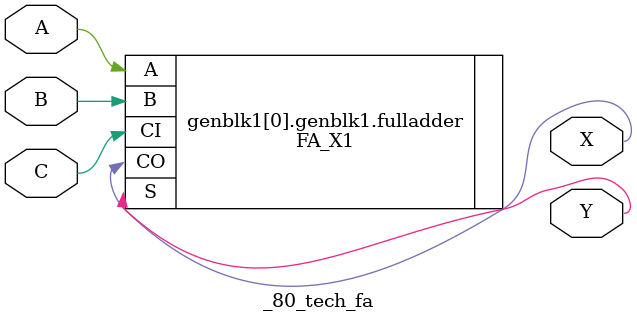
<source format=v>

(* techmap_celltype = "$fa" *)
module _80_tech_fa (A, B, C, X, Y);
  parameter WIDTH = 1;
  (* force_downto *)
    input [WIDTH-1 : 0] A, B, C;
  (* force_downto *)
    output [WIDTH-1 : 0] X, Y;
  
  parameter _TECHMAP_CONSTVAL_A_ = WIDTH'bx;
  parameter _TECHMAP_CONSTVAL_B_ = WIDTH'bx;
  parameter _TECHMAP_CONSTVAL_C_ = WIDTH'bx;
  
  genvar i;
  generate for (i = 0; i < WIDTH; i = i + 1) begin
      if (_TECHMAP_CONSTVAL_A_[i] === 1'b0 || _TECHMAP_CONSTVAL_B_[i] === 1'b0 || _TECHMAP_CONSTVAL_C_[i] === 1'b0) begin
        if (_TECHMAP_CONSTVAL_C_[i] === 1'b0) begin
          HA_X1 halfadder_Cconst (
              .A(A[i]),
              .B(B[i]),
              .CO(X[i]), .S(Y[i])
            );
        end 
        else begin
          if (_TECHMAP_CONSTVAL_B_[i] === 1'b0) begin
            HA_X1 halfadder_Bconst (
                .A(A[i]),
                .B(C[i]),
                .CO(X[i]), .S(Y[i])
              );
          end
          else begin
            HA_X1 halfadder_Aconst (
                .A(B[i]),
                .B(C[i]),
                .CO(X[i]), .S(Y[i])
              );
          end
        end
      end
      else begin
        FA_X1 fulladder (
            .A(A[i]), .B(B[i]), .CI(C[i]), .CO(X[i]), .S(Y[i])
          );
      end
    end endgenerate

endmodule

</source>
